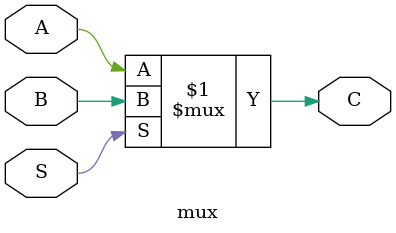
<source format=v>
module mux (A, B, S, C);

    input A, B, S;
    output C;

    assign C = S ? B : A;

endmodule

</source>
